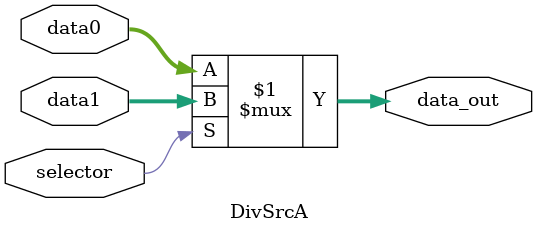
<source format=v>
module DivSrcA (
    input wire selector,
    input wire [31:0] data0,
    input wire [31:0] data1,

    output wire [31:0] data_out
);

    assign data_out = (selector) ? data1 : data0;
    
endmodule
</source>
